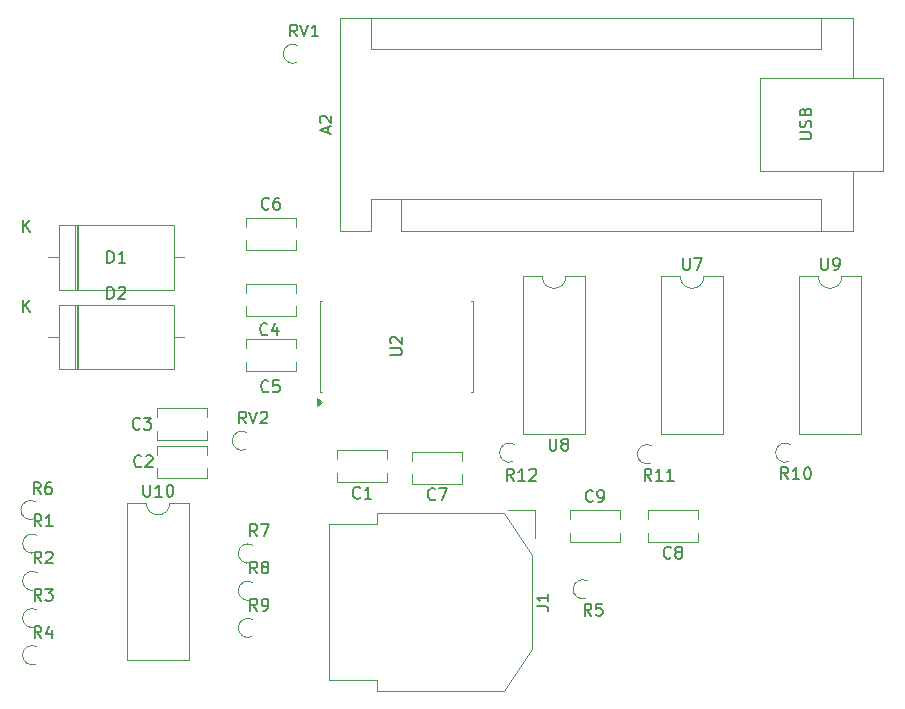
<source format=gbr>
%TF.GenerationSoftware,KiCad,Pcbnew,9.0.1*%
%TF.CreationDate,2025-05-22T16:31:06+05:30*%
%TF.ProjectId,escDesign,65736344-6573-4696-976e-2e6b69636164,rev?*%
%TF.SameCoordinates,Original*%
%TF.FileFunction,Legend,Top*%
%TF.FilePolarity,Positive*%
%FSLAX46Y46*%
G04 Gerber Fmt 4.6, Leading zero omitted, Abs format (unit mm)*
G04 Created by KiCad (PCBNEW 9.0.1) date 2025-05-22 16:31:06*
%MOMM*%
%LPD*%
G01*
G04 APERTURE LIST*
%ADD10C,0.150000*%
%ADD11C,0.120000*%
G04 APERTURE END LIST*
D10*
X152786333Y-145956819D02*
X152453000Y-145480628D01*
X152214905Y-145956819D02*
X152214905Y-144956819D01*
X152214905Y-144956819D02*
X152595857Y-144956819D01*
X152595857Y-144956819D02*
X152691095Y-145004438D01*
X152691095Y-145004438D02*
X152738714Y-145052057D01*
X152738714Y-145052057D02*
X152786333Y-145147295D01*
X152786333Y-145147295D02*
X152786333Y-145290152D01*
X152786333Y-145290152D02*
X152738714Y-145385390D01*
X152738714Y-145385390D02*
X152691095Y-145433009D01*
X152691095Y-145433009D02*
X152595857Y-145480628D01*
X152595857Y-145480628D02*
X152214905Y-145480628D01*
X153262524Y-145956819D02*
X153453000Y-145956819D01*
X153453000Y-145956819D02*
X153548238Y-145909200D01*
X153548238Y-145909200D02*
X153595857Y-145861580D01*
X153595857Y-145861580D02*
X153691095Y-145718723D01*
X153691095Y-145718723D02*
X153738714Y-145528247D01*
X153738714Y-145528247D02*
X153738714Y-145147295D01*
X153738714Y-145147295D02*
X153691095Y-145052057D01*
X153691095Y-145052057D02*
X153643476Y-145004438D01*
X153643476Y-145004438D02*
X153548238Y-144956819D01*
X153548238Y-144956819D02*
X153357762Y-144956819D01*
X153357762Y-144956819D02*
X153262524Y-145004438D01*
X153262524Y-145004438D02*
X153214905Y-145052057D01*
X153214905Y-145052057D02*
X153167286Y-145147295D01*
X153167286Y-145147295D02*
X153167286Y-145385390D01*
X153167286Y-145385390D02*
X153214905Y-145480628D01*
X153214905Y-145480628D02*
X153262524Y-145528247D01*
X153262524Y-145528247D02*
X153357762Y-145575866D01*
X153357762Y-145575866D02*
X153548238Y-145575866D01*
X153548238Y-145575866D02*
X153643476Y-145528247D01*
X153643476Y-145528247D02*
X153691095Y-145480628D01*
X153691095Y-145480628D02*
X153738714Y-145385390D01*
X197752142Y-134820819D02*
X197418809Y-134344628D01*
X197180714Y-134820819D02*
X197180714Y-133820819D01*
X197180714Y-133820819D02*
X197561666Y-133820819D01*
X197561666Y-133820819D02*
X197656904Y-133868438D01*
X197656904Y-133868438D02*
X197704523Y-133916057D01*
X197704523Y-133916057D02*
X197752142Y-134011295D01*
X197752142Y-134011295D02*
X197752142Y-134154152D01*
X197752142Y-134154152D02*
X197704523Y-134249390D01*
X197704523Y-134249390D02*
X197656904Y-134297009D01*
X197656904Y-134297009D02*
X197561666Y-134344628D01*
X197561666Y-134344628D02*
X197180714Y-134344628D01*
X198704523Y-134820819D02*
X198133095Y-134820819D01*
X198418809Y-134820819D02*
X198418809Y-133820819D01*
X198418809Y-133820819D02*
X198323571Y-133963676D01*
X198323571Y-133963676D02*
X198228333Y-134058914D01*
X198228333Y-134058914D02*
X198133095Y-134106533D01*
X199323571Y-133820819D02*
X199418809Y-133820819D01*
X199418809Y-133820819D02*
X199514047Y-133868438D01*
X199514047Y-133868438D02*
X199561666Y-133916057D01*
X199561666Y-133916057D02*
X199609285Y-134011295D01*
X199609285Y-134011295D02*
X199656904Y-134201771D01*
X199656904Y-134201771D02*
X199656904Y-134439866D01*
X199656904Y-134439866D02*
X199609285Y-134630342D01*
X199609285Y-134630342D02*
X199561666Y-134725580D01*
X199561666Y-134725580D02*
X199514047Y-134773200D01*
X199514047Y-134773200D02*
X199418809Y-134820819D01*
X199418809Y-134820819D02*
X199323571Y-134820819D01*
X199323571Y-134820819D02*
X199228333Y-134773200D01*
X199228333Y-134773200D02*
X199180714Y-134725580D01*
X199180714Y-134725580D02*
X199133095Y-134630342D01*
X199133095Y-134630342D02*
X199085476Y-134439866D01*
X199085476Y-134439866D02*
X199085476Y-134201771D01*
X199085476Y-134201771D02*
X199133095Y-134011295D01*
X199133095Y-134011295D02*
X199180714Y-133916057D01*
X199180714Y-133916057D02*
X199228333Y-133868438D01*
X199228333Y-133868438D02*
X199323571Y-133820819D01*
X142855333Y-130534580D02*
X142807714Y-130582200D01*
X142807714Y-130582200D02*
X142664857Y-130629819D01*
X142664857Y-130629819D02*
X142569619Y-130629819D01*
X142569619Y-130629819D02*
X142426762Y-130582200D01*
X142426762Y-130582200D02*
X142331524Y-130486961D01*
X142331524Y-130486961D02*
X142283905Y-130391723D01*
X142283905Y-130391723D02*
X142236286Y-130201247D01*
X142236286Y-130201247D02*
X142236286Y-130058390D01*
X142236286Y-130058390D02*
X142283905Y-129867914D01*
X142283905Y-129867914D02*
X142331524Y-129772676D01*
X142331524Y-129772676D02*
X142426762Y-129677438D01*
X142426762Y-129677438D02*
X142569619Y-129629819D01*
X142569619Y-129629819D02*
X142664857Y-129629819D01*
X142664857Y-129629819D02*
X142807714Y-129677438D01*
X142807714Y-129677438D02*
X142855333Y-129725057D01*
X143188667Y-129629819D02*
X143807714Y-129629819D01*
X143807714Y-129629819D02*
X143474381Y-130010771D01*
X143474381Y-130010771D02*
X143617238Y-130010771D01*
X143617238Y-130010771D02*
X143712476Y-130058390D01*
X143712476Y-130058390D02*
X143760095Y-130106009D01*
X143760095Y-130106009D02*
X143807714Y-130201247D01*
X143807714Y-130201247D02*
X143807714Y-130439342D01*
X143807714Y-130439342D02*
X143760095Y-130534580D01*
X143760095Y-130534580D02*
X143712476Y-130582200D01*
X143712476Y-130582200D02*
X143617238Y-130629819D01*
X143617238Y-130629819D02*
X143331524Y-130629819D01*
X143331524Y-130629819D02*
X143236286Y-130582200D01*
X143236286Y-130582200D02*
X143188667Y-130534580D01*
X161504333Y-136376580D02*
X161456714Y-136424200D01*
X161456714Y-136424200D02*
X161313857Y-136471819D01*
X161313857Y-136471819D02*
X161218619Y-136471819D01*
X161218619Y-136471819D02*
X161075762Y-136424200D01*
X161075762Y-136424200D02*
X160980524Y-136328961D01*
X160980524Y-136328961D02*
X160932905Y-136233723D01*
X160932905Y-136233723D02*
X160885286Y-136043247D01*
X160885286Y-136043247D02*
X160885286Y-135900390D01*
X160885286Y-135900390D02*
X160932905Y-135709914D01*
X160932905Y-135709914D02*
X160980524Y-135614676D01*
X160980524Y-135614676D02*
X161075762Y-135519438D01*
X161075762Y-135519438D02*
X161218619Y-135471819D01*
X161218619Y-135471819D02*
X161313857Y-135471819D01*
X161313857Y-135471819D02*
X161456714Y-135519438D01*
X161456714Y-135519438D02*
X161504333Y-135567057D01*
X162456714Y-136471819D02*
X161885286Y-136471819D01*
X162171000Y-136471819D02*
X162171000Y-135471819D01*
X162171000Y-135471819D02*
X162075762Y-135614676D01*
X162075762Y-135614676D02*
X161980524Y-135709914D01*
X161980524Y-135709914D02*
X161885286Y-135757533D01*
X143160905Y-135299819D02*
X143160905Y-136109342D01*
X143160905Y-136109342D02*
X143208524Y-136204580D01*
X143208524Y-136204580D02*
X143256143Y-136252200D01*
X143256143Y-136252200D02*
X143351381Y-136299819D01*
X143351381Y-136299819D02*
X143541857Y-136299819D01*
X143541857Y-136299819D02*
X143637095Y-136252200D01*
X143637095Y-136252200D02*
X143684714Y-136204580D01*
X143684714Y-136204580D02*
X143732333Y-136109342D01*
X143732333Y-136109342D02*
X143732333Y-135299819D01*
X144732333Y-136299819D02*
X144160905Y-136299819D01*
X144446619Y-136299819D02*
X144446619Y-135299819D01*
X144446619Y-135299819D02*
X144351381Y-135442676D01*
X144351381Y-135442676D02*
X144256143Y-135537914D01*
X144256143Y-135537914D02*
X144160905Y-135585533D01*
X145351381Y-135299819D02*
X145446619Y-135299819D01*
X145446619Y-135299819D02*
X145541857Y-135347438D01*
X145541857Y-135347438D02*
X145589476Y-135395057D01*
X145589476Y-135395057D02*
X145637095Y-135490295D01*
X145637095Y-135490295D02*
X145684714Y-135680771D01*
X145684714Y-135680771D02*
X145684714Y-135918866D01*
X145684714Y-135918866D02*
X145637095Y-136109342D01*
X145637095Y-136109342D02*
X145589476Y-136204580D01*
X145589476Y-136204580D02*
X145541857Y-136252200D01*
X145541857Y-136252200D02*
X145446619Y-136299819D01*
X145446619Y-136299819D02*
X145351381Y-136299819D01*
X145351381Y-136299819D02*
X145256143Y-136252200D01*
X145256143Y-136252200D02*
X145208524Y-136204580D01*
X145208524Y-136204580D02*
X145160905Y-136109342D01*
X145160905Y-136109342D02*
X145113286Y-135918866D01*
X145113286Y-135918866D02*
X145113286Y-135680771D01*
X145113286Y-135680771D02*
X145160905Y-135490295D01*
X145160905Y-135490295D02*
X145208524Y-135395057D01*
X145208524Y-135395057D02*
X145256143Y-135347438D01*
X145256143Y-135347438D02*
X145351381Y-135299819D01*
X152786333Y-139656819D02*
X152453000Y-139180628D01*
X152214905Y-139656819D02*
X152214905Y-138656819D01*
X152214905Y-138656819D02*
X152595857Y-138656819D01*
X152595857Y-138656819D02*
X152691095Y-138704438D01*
X152691095Y-138704438D02*
X152738714Y-138752057D01*
X152738714Y-138752057D02*
X152786333Y-138847295D01*
X152786333Y-138847295D02*
X152786333Y-138990152D01*
X152786333Y-138990152D02*
X152738714Y-139085390D01*
X152738714Y-139085390D02*
X152691095Y-139133009D01*
X152691095Y-139133009D02*
X152595857Y-139180628D01*
X152595857Y-139180628D02*
X152214905Y-139180628D01*
X153119667Y-138656819D02*
X153786333Y-138656819D01*
X153786333Y-138656819D02*
X153357762Y-139656819D01*
X167854333Y-136503580D02*
X167806714Y-136551200D01*
X167806714Y-136551200D02*
X167663857Y-136598819D01*
X167663857Y-136598819D02*
X167568619Y-136598819D01*
X167568619Y-136598819D02*
X167425762Y-136551200D01*
X167425762Y-136551200D02*
X167330524Y-136455961D01*
X167330524Y-136455961D02*
X167282905Y-136360723D01*
X167282905Y-136360723D02*
X167235286Y-136170247D01*
X167235286Y-136170247D02*
X167235286Y-136027390D01*
X167235286Y-136027390D02*
X167282905Y-135836914D01*
X167282905Y-135836914D02*
X167330524Y-135741676D01*
X167330524Y-135741676D02*
X167425762Y-135646438D01*
X167425762Y-135646438D02*
X167568619Y-135598819D01*
X167568619Y-135598819D02*
X167663857Y-135598819D01*
X167663857Y-135598819D02*
X167806714Y-135646438D01*
X167806714Y-135646438D02*
X167854333Y-135694057D01*
X168187667Y-135598819D02*
X168854333Y-135598819D01*
X168854333Y-135598819D02*
X168425762Y-136598819D01*
X177546095Y-131407819D02*
X177546095Y-132217342D01*
X177546095Y-132217342D02*
X177593714Y-132312580D01*
X177593714Y-132312580D02*
X177641333Y-132360200D01*
X177641333Y-132360200D02*
X177736571Y-132407819D01*
X177736571Y-132407819D02*
X177927047Y-132407819D01*
X177927047Y-132407819D02*
X178022285Y-132360200D01*
X178022285Y-132360200D02*
X178069904Y-132312580D01*
X178069904Y-132312580D02*
X178117523Y-132217342D01*
X178117523Y-132217342D02*
X178117523Y-131407819D01*
X178736571Y-131836390D02*
X178641333Y-131788771D01*
X178641333Y-131788771D02*
X178593714Y-131741152D01*
X178593714Y-131741152D02*
X178546095Y-131645914D01*
X178546095Y-131645914D02*
X178546095Y-131598295D01*
X178546095Y-131598295D02*
X178593714Y-131503057D01*
X178593714Y-131503057D02*
X178641333Y-131455438D01*
X178641333Y-131455438D02*
X178736571Y-131407819D01*
X178736571Y-131407819D02*
X178927047Y-131407819D01*
X178927047Y-131407819D02*
X179022285Y-131455438D01*
X179022285Y-131455438D02*
X179069904Y-131503057D01*
X179069904Y-131503057D02*
X179117523Y-131598295D01*
X179117523Y-131598295D02*
X179117523Y-131645914D01*
X179117523Y-131645914D02*
X179069904Y-131741152D01*
X179069904Y-131741152D02*
X179022285Y-131788771D01*
X179022285Y-131788771D02*
X178927047Y-131836390D01*
X178927047Y-131836390D02*
X178736571Y-131836390D01*
X178736571Y-131836390D02*
X178641333Y-131884009D01*
X178641333Y-131884009D02*
X178593714Y-131931628D01*
X178593714Y-131931628D02*
X178546095Y-132026866D01*
X178546095Y-132026866D02*
X178546095Y-132217342D01*
X178546095Y-132217342D02*
X178593714Y-132312580D01*
X178593714Y-132312580D02*
X178641333Y-132360200D01*
X178641333Y-132360200D02*
X178736571Y-132407819D01*
X178736571Y-132407819D02*
X178927047Y-132407819D01*
X178927047Y-132407819D02*
X179022285Y-132360200D01*
X179022285Y-132360200D02*
X179069904Y-132312580D01*
X179069904Y-132312580D02*
X179117523Y-132217342D01*
X179117523Y-132217342D02*
X179117523Y-132026866D01*
X179117523Y-132026866D02*
X179069904Y-131931628D01*
X179069904Y-131931628D02*
X179022285Y-131884009D01*
X179022285Y-131884009D02*
X178927047Y-131836390D01*
X181209333Y-136670580D02*
X181161714Y-136718200D01*
X181161714Y-136718200D02*
X181018857Y-136765819D01*
X181018857Y-136765819D02*
X180923619Y-136765819D01*
X180923619Y-136765819D02*
X180780762Y-136718200D01*
X180780762Y-136718200D02*
X180685524Y-136622961D01*
X180685524Y-136622961D02*
X180637905Y-136527723D01*
X180637905Y-136527723D02*
X180590286Y-136337247D01*
X180590286Y-136337247D02*
X180590286Y-136194390D01*
X180590286Y-136194390D02*
X180637905Y-136003914D01*
X180637905Y-136003914D02*
X180685524Y-135908676D01*
X180685524Y-135908676D02*
X180780762Y-135813438D01*
X180780762Y-135813438D02*
X180923619Y-135765819D01*
X180923619Y-135765819D02*
X181018857Y-135765819D01*
X181018857Y-135765819D02*
X181161714Y-135813438D01*
X181161714Y-135813438D02*
X181209333Y-135861057D01*
X181685524Y-136765819D02*
X181876000Y-136765819D01*
X181876000Y-136765819D02*
X181971238Y-136718200D01*
X181971238Y-136718200D02*
X182018857Y-136670580D01*
X182018857Y-136670580D02*
X182114095Y-136527723D01*
X182114095Y-136527723D02*
X182161714Y-136337247D01*
X182161714Y-136337247D02*
X182161714Y-135956295D01*
X182161714Y-135956295D02*
X182114095Y-135861057D01*
X182114095Y-135861057D02*
X182066476Y-135813438D01*
X182066476Y-135813438D02*
X181971238Y-135765819D01*
X181971238Y-135765819D02*
X181780762Y-135765819D01*
X181780762Y-135765819D02*
X181685524Y-135813438D01*
X181685524Y-135813438D02*
X181637905Y-135861057D01*
X181637905Y-135861057D02*
X181590286Y-135956295D01*
X181590286Y-135956295D02*
X181590286Y-136194390D01*
X181590286Y-136194390D02*
X181637905Y-136289628D01*
X181637905Y-136289628D02*
X181685524Y-136337247D01*
X181685524Y-136337247D02*
X181780762Y-136384866D01*
X181780762Y-136384866D02*
X181971238Y-136384866D01*
X181971238Y-136384866D02*
X182066476Y-136337247D01*
X182066476Y-136337247D02*
X182114095Y-136289628D01*
X182114095Y-136289628D02*
X182161714Y-136194390D01*
X140104905Y-116513819D02*
X140104905Y-115513819D01*
X140104905Y-115513819D02*
X140343000Y-115513819D01*
X140343000Y-115513819D02*
X140485857Y-115561438D01*
X140485857Y-115561438D02*
X140581095Y-115656676D01*
X140581095Y-115656676D02*
X140628714Y-115751914D01*
X140628714Y-115751914D02*
X140676333Y-115942390D01*
X140676333Y-115942390D02*
X140676333Y-116085247D01*
X140676333Y-116085247D02*
X140628714Y-116275723D01*
X140628714Y-116275723D02*
X140581095Y-116370961D01*
X140581095Y-116370961D02*
X140485857Y-116466200D01*
X140485857Y-116466200D02*
X140343000Y-116513819D01*
X140343000Y-116513819D02*
X140104905Y-116513819D01*
X141628714Y-116513819D02*
X141057286Y-116513819D01*
X141343000Y-116513819D02*
X141343000Y-115513819D01*
X141343000Y-115513819D02*
X141247762Y-115656676D01*
X141247762Y-115656676D02*
X141152524Y-115751914D01*
X141152524Y-115751914D02*
X141057286Y-115799533D01*
X132961095Y-113913819D02*
X132961095Y-112913819D01*
X133532523Y-113913819D02*
X133103952Y-113342390D01*
X133532523Y-112913819D02*
X132961095Y-113485247D01*
X134519333Y-141967819D02*
X134186000Y-141491628D01*
X133947905Y-141967819D02*
X133947905Y-140967819D01*
X133947905Y-140967819D02*
X134328857Y-140967819D01*
X134328857Y-140967819D02*
X134424095Y-141015438D01*
X134424095Y-141015438D02*
X134471714Y-141063057D01*
X134471714Y-141063057D02*
X134519333Y-141158295D01*
X134519333Y-141158295D02*
X134519333Y-141301152D01*
X134519333Y-141301152D02*
X134471714Y-141396390D01*
X134471714Y-141396390D02*
X134424095Y-141444009D01*
X134424095Y-141444009D02*
X134328857Y-141491628D01*
X134328857Y-141491628D02*
X133947905Y-141491628D01*
X134900286Y-141063057D02*
X134947905Y-141015438D01*
X134947905Y-141015438D02*
X135043143Y-140967819D01*
X135043143Y-140967819D02*
X135281238Y-140967819D01*
X135281238Y-140967819D02*
X135376476Y-141015438D01*
X135376476Y-141015438D02*
X135424095Y-141063057D01*
X135424095Y-141063057D02*
X135471714Y-141158295D01*
X135471714Y-141158295D02*
X135471714Y-141253533D01*
X135471714Y-141253533D02*
X135424095Y-141396390D01*
X135424095Y-141396390D02*
X134852667Y-141967819D01*
X134852667Y-141967819D02*
X135471714Y-141967819D01*
X158792104Y-105489285D02*
X158792104Y-105013095D01*
X159077819Y-105584523D02*
X158077819Y-105251190D01*
X158077819Y-105251190D02*
X159077819Y-104917857D01*
X158173057Y-104632142D02*
X158125438Y-104584523D01*
X158125438Y-104584523D02*
X158077819Y-104489285D01*
X158077819Y-104489285D02*
X158077819Y-104251190D01*
X158077819Y-104251190D02*
X158125438Y-104155952D01*
X158125438Y-104155952D02*
X158173057Y-104108333D01*
X158173057Y-104108333D02*
X158268295Y-104060714D01*
X158268295Y-104060714D02*
X158363533Y-104060714D01*
X158363533Y-104060714D02*
X158506390Y-104108333D01*
X158506390Y-104108333D02*
X159077819Y-104679761D01*
X159077819Y-104679761D02*
X159077819Y-104060714D01*
X198717819Y-106036904D02*
X199527342Y-106036904D01*
X199527342Y-106036904D02*
X199622580Y-105989285D01*
X199622580Y-105989285D02*
X199670200Y-105941666D01*
X199670200Y-105941666D02*
X199717819Y-105846428D01*
X199717819Y-105846428D02*
X199717819Y-105655952D01*
X199717819Y-105655952D02*
X199670200Y-105560714D01*
X199670200Y-105560714D02*
X199622580Y-105513095D01*
X199622580Y-105513095D02*
X199527342Y-105465476D01*
X199527342Y-105465476D02*
X198717819Y-105465476D01*
X199670200Y-105036904D02*
X199717819Y-104894047D01*
X199717819Y-104894047D02*
X199717819Y-104655952D01*
X199717819Y-104655952D02*
X199670200Y-104560714D01*
X199670200Y-104560714D02*
X199622580Y-104513095D01*
X199622580Y-104513095D02*
X199527342Y-104465476D01*
X199527342Y-104465476D02*
X199432104Y-104465476D01*
X199432104Y-104465476D02*
X199336866Y-104513095D01*
X199336866Y-104513095D02*
X199289247Y-104560714D01*
X199289247Y-104560714D02*
X199241628Y-104655952D01*
X199241628Y-104655952D02*
X199194009Y-104846428D01*
X199194009Y-104846428D02*
X199146390Y-104941666D01*
X199146390Y-104941666D02*
X199098771Y-104989285D01*
X199098771Y-104989285D02*
X199003533Y-105036904D01*
X199003533Y-105036904D02*
X198908295Y-105036904D01*
X198908295Y-105036904D02*
X198813057Y-104989285D01*
X198813057Y-104989285D02*
X198765438Y-104941666D01*
X198765438Y-104941666D02*
X198717819Y-104846428D01*
X198717819Y-104846428D02*
X198717819Y-104608333D01*
X198717819Y-104608333D02*
X198765438Y-104465476D01*
X199194009Y-103703571D02*
X199241628Y-103560714D01*
X199241628Y-103560714D02*
X199289247Y-103513095D01*
X199289247Y-103513095D02*
X199384485Y-103465476D01*
X199384485Y-103465476D02*
X199527342Y-103465476D01*
X199527342Y-103465476D02*
X199622580Y-103513095D01*
X199622580Y-103513095D02*
X199670200Y-103560714D01*
X199670200Y-103560714D02*
X199717819Y-103655952D01*
X199717819Y-103655952D02*
X199717819Y-104036904D01*
X199717819Y-104036904D02*
X198717819Y-104036904D01*
X198717819Y-104036904D02*
X198717819Y-103703571D01*
X198717819Y-103703571D02*
X198765438Y-103608333D01*
X198765438Y-103608333D02*
X198813057Y-103560714D01*
X198813057Y-103560714D02*
X198908295Y-103513095D01*
X198908295Y-103513095D02*
X199003533Y-103513095D01*
X199003533Y-103513095D02*
X199098771Y-103560714D01*
X199098771Y-103560714D02*
X199146390Y-103608333D01*
X199146390Y-103608333D02*
X199194009Y-103703571D01*
X199194009Y-103703571D02*
X199194009Y-104036904D01*
X200533095Y-116122819D02*
X200533095Y-116932342D01*
X200533095Y-116932342D02*
X200580714Y-117027580D01*
X200580714Y-117027580D02*
X200628333Y-117075200D01*
X200628333Y-117075200D02*
X200723571Y-117122819D01*
X200723571Y-117122819D02*
X200914047Y-117122819D01*
X200914047Y-117122819D02*
X201009285Y-117075200D01*
X201009285Y-117075200D02*
X201056904Y-117027580D01*
X201056904Y-117027580D02*
X201104523Y-116932342D01*
X201104523Y-116932342D02*
X201104523Y-116122819D01*
X201628333Y-117122819D02*
X201818809Y-117122819D01*
X201818809Y-117122819D02*
X201914047Y-117075200D01*
X201914047Y-117075200D02*
X201961666Y-117027580D01*
X201961666Y-117027580D02*
X202056904Y-116884723D01*
X202056904Y-116884723D02*
X202104523Y-116694247D01*
X202104523Y-116694247D02*
X202104523Y-116313295D01*
X202104523Y-116313295D02*
X202056904Y-116218057D01*
X202056904Y-116218057D02*
X202009285Y-116170438D01*
X202009285Y-116170438D02*
X201914047Y-116122819D01*
X201914047Y-116122819D02*
X201723571Y-116122819D01*
X201723571Y-116122819D02*
X201628333Y-116170438D01*
X201628333Y-116170438D02*
X201580714Y-116218057D01*
X201580714Y-116218057D02*
X201533095Y-116313295D01*
X201533095Y-116313295D02*
X201533095Y-116551390D01*
X201533095Y-116551390D02*
X201580714Y-116646628D01*
X201580714Y-116646628D02*
X201628333Y-116694247D01*
X201628333Y-116694247D02*
X201723571Y-116741866D01*
X201723571Y-116741866D02*
X201914047Y-116741866D01*
X201914047Y-116741866D02*
X202009285Y-116694247D01*
X202009285Y-116694247D02*
X202056904Y-116646628D01*
X202056904Y-116646628D02*
X202104523Y-116551390D01*
X186158142Y-134947819D02*
X185824809Y-134471628D01*
X185586714Y-134947819D02*
X185586714Y-133947819D01*
X185586714Y-133947819D02*
X185967666Y-133947819D01*
X185967666Y-133947819D02*
X186062904Y-133995438D01*
X186062904Y-133995438D02*
X186110523Y-134043057D01*
X186110523Y-134043057D02*
X186158142Y-134138295D01*
X186158142Y-134138295D02*
X186158142Y-134281152D01*
X186158142Y-134281152D02*
X186110523Y-134376390D01*
X186110523Y-134376390D02*
X186062904Y-134424009D01*
X186062904Y-134424009D02*
X185967666Y-134471628D01*
X185967666Y-134471628D02*
X185586714Y-134471628D01*
X187110523Y-134947819D02*
X186539095Y-134947819D01*
X186824809Y-134947819D02*
X186824809Y-133947819D01*
X186824809Y-133947819D02*
X186729571Y-134090676D01*
X186729571Y-134090676D02*
X186634333Y-134185914D01*
X186634333Y-134185914D02*
X186539095Y-134233533D01*
X188062904Y-134947819D02*
X187491476Y-134947819D01*
X187777190Y-134947819D02*
X187777190Y-133947819D01*
X187777190Y-133947819D02*
X187681952Y-134090676D01*
X187681952Y-134090676D02*
X187586714Y-134185914D01*
X187586714Y-134185914D02*
X187491476Y-134233533D01*
X181083333Y-146377819D02*
X180750000Y-145901628D01*
X180511905Y-146377819D02*
X180511905Y-145377819D01*
X180511905Y-145377819D02*
X180892857Y-145377819D01*
X180892857Y-145377819D02*
X180988095Y-145425438D01*
X180988095Y-145425438D02*
X181035714Y-145473057D01*
X181035714Y-145473057D02*
X181083333Y-145568295D01*
X181083333Y-145568295D02*
X181083333Y-145711152D01*
X181083333Y-145711152D02*
X181035714Y-145806390D01*
X181035714Y-145806390D02*
X180988095Y-145854009D01*
X180988095Y-145854009D02*
X180892857Y-145901628D01*
X180892857Y-145901628D02*
X180511905Y-145901628D01*
X181988095Y-145377819D02*
X181511905Y-145377819D01*
X181511905Y-145377819D02*
X181464286Y-145854009D01*
X181464286Y-145854009D02*
X181511905Y-145806390D01*
X181511905Y-145806390D02*
X181607143Y-145758771D01*
X181607143Y-145758771D02*
X181845238Y-145758771D01*
X181845238Y-145758771D02*
X181940476Y-145806390D01*
X181940476Y-145806390D02*
X181988095Y-145854009D01*
X181988095Y-145854009D02*
X182035714Y-145949247D01*
X182035714Y-145949247D02*
X182035714Y-146187342D01*
X182035714Y-146187342D02*
X181988095Y-146282580D01*
X181988095Y-146282580D02*
X181940476Y-146330200D01*
X181940476Y-146330200D02*
X181845238Y-146377819D01*
X181845238Y-146377819D02*
X181607143Y-146377819D01*
X181607143Y-146377819D02*
X181511905Y-146330200D01*
X181511905Y-146330200D02*
X181464286Y-146282580D01*
X134453333Y-136090819D02*
X134120000Y-135614628D01*
X133881905Y-136090819D02*
X133881905Y-135090819D01*
X133881905Y-135090819D02*
X134262857Y-135090819D01*
X134262857Y-135090819D02*
X134358095Y-135138438D01*
X134358095Y-135138438D02*
X134405714Y-135186057D01*
X134405714Y-135186057D02*
X134453333Y-135281295D01*
X134453333Y-135281295D02*
X134453333Y-135424152D01*
X134453333Y-135424152D02*
X134405714Y-135519390D01*
X134405714Y-135519390D02*
X134358095Y-135567009D01*
X134358095Y-135567009D02*
X134262857Y-135614628D01*
X134262857Y-135614628D02*
X133881905Y-135614628D01*
X135310476Y-135090819D02*
X135120000Y-135090819D01*
X135120000Y-135090819D02*
X135024762Y-135138438D01*
X135024762Y-135138438D02*
X134977143Y-135186057D01*
X134977143Y-135186057D02*
X134881905Y-135328914D01*
X134881905Y-135328914D02*
X134834286Y-135519390D01*
X134834286Y-135519390D02*
X134834286Y-135900342D01*
X134834286Y-135900342D02*
X134881905Y-135995580D01*
X134881905Y-135995580D02*
X134929524Y-136043200D01*
X134929524Y-136043200D02*
X135024762Y-136090819D01*
X135024762Y-136090819D02*
X135215238Y-136090819D01*
X135215238Y-136090819D02*
X135310476Y-136043200D01*
X135310476Y-136043200D02*
X135358095Y-135995580D01*
X135358095Y-135995580D02*
X135405714Y-135900342D01*
X135405714Y-135900342D02*
X135405714Y-135662247D01*
X135405714Y-135662247D02*
X135358095Y-135567009D01*
X135358095Y-135567009D02*
X135310476Y-135519390D01*
X135310476Y-135519390D02*
X135215238Y-135471771D01*
X135215238Y-135471771D02*
X135024762Y-135471771D01*
X135024762Y-135471771D02*
X134929524Y-135519390D01*
X134929524Y-135519390D02*
X134881905Y-135567009D01*
X134881905Y-135567009D02*
X134834286Y-135662247D01*
X140104905Y-119543819D02*
X140104905Y-118543819D01*
X140104905Y-118543819D02*
X140343000Y-118543819D01*
X140343000Y-118543819D02*
X140485857Y-118591438D01*
X140485857Y-118591438D02*
X140581095Y-118686676D01*
X140581095Y-118686676D02*
X140628714Y-118781914D01*
X140628714Y-118781914D02*
X140676333Y-118972390D01*
X140676333Y-118972390D02*
X140676333Y-119115247D01*
X140676333Y-119115247D02*
X140628714Y-119305723D01*
X140628714Y-119305723D02*
X140581095Y-119400961D01*
X140581095Y-119400961D02*
X140485857Y-119496200D01*
X140485857Y-119496200D02*
X140343000Y-119543819D01*
X140343000Y-119543819D02*
X140104905Y-119543819D01*
X141057286Y-118639057D02*
X141104905Y-118591438D01*
X141104905Y-118591438D02*
X141200143Y-118543819D01*
X141200143Y-118543819D02*
X141438238Y-118543819D01*
X141438238Y-118543819D02*
X141533476Y-118591438D01*
X141533476Y-118591438D02*
X141581095Y-118639057D01*
X141581095Y-118639057D02*
X141628714Y-118734295D01*
X141628714Y-118734295D02*
X141628714Y-118829533D01*
X141628714Y-118829533D02*
X141581095Y-118972390D01*
X141581095Y-118972390D02*
X141009667Y-119543819D01*
X141009667Y-119543819D02*
X141628714Y-119543819D01*
X132961095Y-120663819D02*
X132961095Y-119663819D01*
X133532523Y-120663819D02*
X133103952Y-120092390D01*
X133532523Y-119663819D02*
X132961095Y-120235247D01*
X152786333Y-142806819D02*
X152453000Y-142330628D01*
X152214905Y-142806819D02*
X152214905Y-141806819D01*
X152214905Y-141806819D02*
X152595857Y-141806819D01*
X152595857Y-141806819D02*
X152691095Y-141854438D01*
X152691095Y-141854438D02*
X152738714Y-141902057D01*
X152738714Y-141902057D02*
X152786333Y-141997295D01*
X152786333Y-141997295D02*
X152786333Y-142140152D01*
X152786333Y-142140152D02*
X152738714Y-142235390D01*
X152738714Y-142235390D02*
X152691095Y-142283009D01*
X152691095Y-142283009D02*
X152595857Y-142330628D01*
X152595857Y-142330628D02*
X152214905Y-142330628D01*
X153357762Y-142235390D02*
X153262524Y-142187771D01*
X153262524Y-142187771D02*
X153214905Y-142140152D01*
X153214905Y-142140152D02*
X153167286Y-142044914D01*
X153167286Y-142044914D02*
X153167286Y-141997295D01*
X153167286Y-141997295D02*
X153214905Y-141902057D01*
X153214905Y-141902057D02*
X153262524Y-141854438D01*
X153262524Y-141854438D02*
X153357762Y-141806819D01*
X153357762Y-141806819D02*
X153548238Y-141806819D01*
X153548238Y-141806819D02*
X153643476Y-141854438D01*
X153643476Y-141854438D02*
X153691095Y-141902057D01*
X153691095Y-141902057D02*
X153738714Y-141997295D01*
X153738714Y-141997295D02*
X153738714Y-142044914D01*
X153738714Y-142044914D02*
X153691095Y-142140152D01*
X153691095Y-142140152D02*
X153643476Y-142187771D01*
X153643476Y-142187771D02*
X153548238Y-142235390D01*
X153548238Y-142235390D02*
X153357762Y-142235390D01*
X153357762Y-142235390D02*
X153262524Y-142283009D01*
X153262524Y-142283009D02*
X153214905Y-142330628D01*
X153214905Y-142330628D02*
X153167286Y-142425866D01*
X153167286Y-142425866D02*
X153167286Y-142616342D01*
X153167286Y-142616342D02*
X153214905Y-142711580D01*
X153214905Y-142711580D02*
X153262524Y-142759200D01*
X153262524Y-142759200D02*
X153357762Y-142806819D01*
X153357762Y-142806819D02*
X153548238Y-142806819D01*
X153548238Y-142806819D02*
X153643476Y-142759200D01*
X153643476Y-142759200D02*
X153691095Y-142711580D01*
X153691095Y-142711580D02*
X153738714Y-142616342D01*
X153738714Y-142616342D02*
X153738714Y-142425866D01*
X153738714Y-142425866D02*
X153691095Y-142330628D01*
X153691095Y-142330628D02*
X153643476Y-142283009D01*
X153643476Y-142283009D02*
X153548238Y-142235390D01*
X156167761Y-97340819D02*
X155834428Y-96864628D01*
X155596333Y-97340819D02*
X155596333Y-96340819D01*
X155596333Y-96340819D02*
X155977285Y-96340819D01*
X155977285Y-96340819D02*
X156072523Y-96388438D01*
X156072523Y-96388438D02*
X156120142Y-96436057D01*
X156120142Y-96436057D02*
X156167761Y-96531295D01*
X156167761Y-96531295D02*
X156167761Y-96674152D01*
X156167761Y-96674152D02*
X156120142Y-96769390D01*
X156120142Y-96769390D02*
X156072523Y-96817009D01*
X156072523Y-96817009D02*
X155977285Y-96864628D01*
X155977285Y-96864628D02*
X155596333Y-96864628D01*
X156453476Y-96340819D02*
X156786809Y-97340819D01*
X156786809Y-97340819D02*
X157120142Y-96340819D01*
X157977285Y-97340819D02*
X157405857Y-97340819D01*
X157691571Y-97340819D02*
X157691571Y-96340819D01*
X157691571Y-96340819D02*
X157596333Y-96483676D01*
X157596333Y-96483676D02*
X157501095Y-96578914D01*
X157501095Y-96578914D02*
X157405857Y-96626533D01*
X188854095Y-116122819D02*
X188854095Y-116932342D01*
X188854095Y-116932342D02*
X188901714Y-117027580D01*
X188901714Y-117027580D02*
X188949333Y-117075200D01*
X188949333Y-117075200D02*
X189044571Y-117122819D01*
X189044571Y-117122819D02*
X189235047Y-117122819D01*
X189235047Y-117122819D02*
X189330285Y-117075200D01*
X189330285Y-117075200D02*
X189377904Y-117027580D01*
X189377904Y-117027580D02*
X189425523Y-116932342D01*
X189425523Y-116932342D02*
X189425523Y-116122819D01*
X189806476Y-116122819D02*
X190473142Y-116122819D01*
X190473142Y-116122819D02*
X190044571Y-117122819D01*
X153650333Y-122533580D02*
X153602714Y-122581200D01*
X153602714Y-122581200D02*
X153459857Y-122628819D01*
X153459857Y-122628819D02*
X153364619Y-122628819D01*
X153364619Y-122628819D02*
X153221762Y-122581200D01*
X153221762Y-122581200D02*
X153126524Y-122485961D01*
X153126524Y-122485961D02*
X153078905Y-122390723D01*
X153078905Y-122390723D02*
X153031286Y-122200247D01*
X153031286Y-122200247D02*
X153031286Y-122057390D01*
X153031286Y-122057390D02*
X153078905Y-121866914D01*
X153078905Y-121866914D02*
X153126524Y-121771676D01*
X153126524Y-121771676D02*
X153221762Y-121676438D01*
X153221762Y-121676438D02*
X153364619Y-121628819D01*
X153364619Y-121628819D02*
X153459857Y-121628819D01*
X153459857Y-121628819D02*
X153602714Y-121676438D01*
X153602714Y-121676438D02*
X153650333Y-121724057D01*
X154507476Y-121962152D02*
X154507476Y-122628819D01*
X154269381Y-121581200D02*
X154031286Y-122295485D01*
X154031286Y-122295485D02*
X154650333Y-122295485D01*
X134519333Y-138817819D02*
X134186000Y-138341628D01*
X133947905Y-138817819D02*
X133947905Y-137817819D01*
X133947905Y-137817819D02*
X134328857Y-137817819D01*
X134328857Y-137817819D02*
X134424095Y-137865438D01*
X134424095Y-137865438D02*
X134471714Y-137913057D01*
X134471714Y-137913057D02*
X134519333Y-138008295D01*
X134519333Y-138008295D02*
X134519333Y-138151152D01*
X134519333Y-138151152D02*
X134471714Y-138246390D01*
X134471714Y-138246390D02*
X134424095Y-138294009D01*
X134424095Y-138294009D02*
X134328857Y-138341628D01*
X134328857Y-138341628D02*
X133947905Y-138341628D01*
X135471714Y-138817819D02*
X134900286Y-138817819D01*
X135186000Y-138817819D02*
X135186000Y-137817819D01*
X135186000Y-137817819D02*
X135090762Y-137960676D01*
X135090762Y-137960676D02*
X134995524Y-138055914D01*
X134995524Y-138055914D02*
X134900286Y-138103533D01*
X174511142Y-134947819D02*
X174177809Y-134471628D01*
X173939714Y-134947819D02*
X173939714Y-133947819D01*
X173939714Y-133947819D02*
X174320666Y-133947819D01*
X174320666Y-133947819D02*
X174415904Y-133995438D01*
X174415904Y-133995438D02*
X174463523Y-134043057D01*
X174463523Y-134043057D02*
X174511142Y-134138295D01*
X174511142Y-134138295D02*
X174511142Y-134281152D01*
X174511142Y-134281152D02*
X174463523Y-134376390D01*
X174463523Y-134376390D02*
X174415904Y-134424009D01*
X174415904Y-134424009D02*
X174320666Y-134471628D01*
X174320666Y-134471628D02*
X173939714Y-134471628D01*
X175463523Y-134947819D02*
X174892095Y-134947819D01*
X175177809Y-134947819D02*
X175177809Y-133947819D01*
X175177809Y-133947819D02*
X175082571Y-134090676D01*
X175082571Y-134090676D02*
X174987333Y-134185914D01*
X174987333Y-134185914D02*
X174892095Y-134233533D01*
X175844476Y-134043057D02*
X175892095Y-133995438D01*
X175892095Y-133995438D02*
X175987333Y-133947819D01*
X175987333Y-133947819D02*
X176225428Y-133947819D01*
X176225428Y-133947819D02*
X176320666Y-133995438D01*
X176320666Y-133995438D02*
X176368285Y-134043057D01*
X176368285Y-134043057D02*
X176415904Y-134138295D01*
X176415904Y-134138295D02*
X176415904Y-134233533D01*
X176415904Y-134233533D02*
X176368285Y-134376390D01*
X176368285Y-134376390D02*
X175796857Y-134947819D01*
X175796857Y-134947819D02*
X176415904Y-134947819D01*
X187813333Y-141456580D02*
X187765714Y-141504200D01*
X187765714Y-141504200D02*
X187622857Y-141551819D01*
X187622857Y-141551819D02*
X187527619Y-141551819D01*
X187527619Y-141551819D02*
X187384762Y-141504200D01*
X187384762Y-141504200D02*
X187289524Y-141408961D01*
X187289524Y-141408961D02*
X187241905Y-141313723D01*
X187241905Y-141313723D02*
X187194286Y-141123247D01*
X187194286Y-141123247D02*
X187194286Y-140980390D01*
X187194286Y-140980390D02*
X187241905Y-140789914D01*
X187241905Y-140789914D02*
X187289524Y-140694676D01*
X187289524Y-140694676D02*
X187384762Y-140599438D01*
X187384762Y-140599438D02*
X187527619Y-140551819D01*
X187527619Y-140551819D02*
X187622857Y-140551819D01*
X187622857Y-140551819D02*
X187765714Y-140599438D01*
X187765714Y-140599438D02*
X187813333Y-140647057D01*
X188384762Y-140980390D02*
X188289524Y-140932771D01*
X188289524Y-140932771D02*
X188241905Y-140885152D01*
X188241905Y-140885152D02*
X188194286Y-140789914D01*
X188194286Y-140789914D02*
X188194286Y-140742295D01*
X188194286Y-140742295D02*
X188241905Y-140647057D01*
X188241905Y-140647057D02*
X188289524Y-140599438D01*
X188289524Y-140599438D02*
X188384762Y-140551819D01*
X188384762Y-140551819D02*
X188575238Y-140551819D01*
X188575238Y-140551819D02*
X188670476Y-140599438D01*
X188670476Y-140599438D02*
X188718095Y-140647057D01*
X188718095Y-140647057D02*
X188765714Y-140742295D01*
X188765714Y-140742295D02*
X188765714Y-140789914D01*
X188765714Y-140789914D02*
X188718095Y-140885152D01*
X188718095Y-140885152D02*
X188670476Y-140932771D01*
X188670476Y-140932771D02*
X188575238Y-140980390D01*
X188575238Y-140980390D02*
X188384762Y-140980390D01*
X188384762Y-140980390D02*
X188289524Y-141028009D01*
X188289524Y-141028009D02*
X188241905Y-141075628D01*
X188241905Y-141075628D02*
X188194286Y-141170866D01*
X188194286Y-141170866D02*
X188194286Y-141361342D01*
X188194286Y-141361342D02*
X188241905Y-141456580D01*
X188241905Y-141456580D02*
X188289524Y-141504200D01*
X188289524Y-141504200D02*
X188384762Y-141551819D01*
X188384762Y-141551819D02*
X188575238Y-141551819D01*
X188575238Y-141551819D02*
X188670476Y-141504200D01*
X188670476Y-141504200D02*
X188718095Y-141456580D01*
X188718095Y-141456580D02*
X188765714Y-141361342D01*
X188765714Y-141361342D02*
X188765714Y-141170866D01*
X188765714Y-141170866D02*
X188718095Y-141075628D01*
X188718095Y-141075628D02*
X188670476Y-141028009D01*
X188670476Y-141028009D02*
X188575238Y-140980390D01*
X134519333Y-148267819D02*
X134186000Y-147791628D01*
X133947905Y-148267819D02*
X133947905Y-147267819D01*
X133947905Y-147267819D02*
X134328857Y-147267819D01*
X134328857Y-147267819D02*
X134424095Y-147315438D01*
X134424095Y-147315438D02*
X134471714Y-147363057D01*
X134471714Y-147363057D02*
X134519333Y-147458295D01*
X134519333Y-147458295D02*
X134519333Y-147601152D01*
X134519333Y-147601152D02*
X134471714Y-147696390D01*
X134471714Y-147696390D02*
X134424095Y-147744009D01*
X134424095Y-147744009D02*
X134328857Y-147791628D01*
X134328857Y-147791628D02*
X133947905Y-147791628D01*
X135376476Y-147601152D02*
X135376476Y-148267819D01*
X135138381Y-147220200D02*
X134900286Y-147934485D01*
X134900286Y-147934485D02*
X135519333Y-147934485D01*
X142982333Y-133709580D02*
X142934714Y-133757200D01*
X142934714Y-133757200D02*
X142791857Y-133804819D01*
X142791857Y-133804819D02*
X142696619Y-133804819D01*
X142696619Y-133804819D02*
X142553762Y-133757200D01*
X142553762Y-133757200D02*
X142458524Y-133661961D01*
X142458524Y-133661961D02*
X142410905Y-133566723D01*
X142410905Y-133566723D02*
X142363286Y-133376247D01*
X142363286Y-133376247D02*
X142363286Y-133233390D01*
X142363286Y-133233390D02*
X142410905Y-133042914D01*
X142410905Y-133042914D02*
X142458524Y-132947676D01*
X142458524Y-132947676D02*
X142553762Y-132852438D01*
X142553762Y-132852438D02*
X142696619Y-132804819D01*
X142696619Y-132804819D02*
X142791857Y-132804819D01*
X142791857Y-132804819D02*
X142934714Y-132852438D01*
X142934714Y-132852438D02*
X142982333Y-132900057D01*
X143363286Y-132900057D02*
X143410905Y-132852438D01*
X143410905Y-132852438D02*
X143506143Y-132804819D01*
X143506143Y-132804819D02*
X143744238Y-132804819D01*
X143744238Y-132804819D02*
X143839476Y-132852438D01*
X143839476Y-132852438D02*
X143887095Y-132900057D01*
X143887095Y-132900057D02*
X143934714Y-132995295D01*
X143934714Y-132995295D02*
X143934714Y-133090533D01*
X143934714Y-133090533D02*
X143887095Y-133233390D01*
X143887095Y-133233390D02*
X143315667Y-133804819D01*
X143315667Y-133804819D02*
X143934714Y-133804819D01*
X153777333Y-111905580D02*
X153729714Y-111953200D01*
X153729714Y-111953200D02*
X153586857Y-112000819D01*
X153586857Y-112000819D02*
X153491619Y-112000819D01*
X153491619Y-112000819D02*
X153348762Y-111953200D01*
X153348762Y-111953200D02*
X153253524Y-111857961D01*
X153253524Y-111857961D02*
X153205905Y-111762723D01*
X153205905Y-111762723D02*
X153158286Y-111572247D01*
X153158286Y-111572247D02*
X153158286Y-111429390D01*
X153158286Y-111429390D02*
X153205905Y-111238914D01*
X153205905Y-111238914D02*
X153253524Y-111143676D01*
X153253524Y-111143676D02*
X153348762Y-111048438D01*
X153348762Y-111048438D02*
X153491619Y-111000819D01*
X153491619Y-111000819D02*
X153586857Y-111000819D01*
X153586857Y-111000819D02*
X153729714Y-111048438D01*
X153729714Y-111048438D02*
X153777333Y-111096057D01*
X154634476Y-111000819D02*
X154444000Y-111000819D01*
X154444000Y-111000819D02*
X154348762Y-111048438D01*
X154348762Y-111048438D02*
X154301143Y-111096057D01*
X154301143Y-111096057D02*
X154205905Y-111238914D01*
X154205905Y-111238914D02*
X154158286Y-111429390D01*
X154158286Y-111429390D02*
X154158286Y-111810342D01*
X154158286Y-111810342D02*
X154205905Y-111905580D01*
X154205905Y-111905580D02*
X154253524Y-111953200D01*
X154253524Y-111953200D02*
X154348762Y-112000819D01*
X154348762Y-112000819D02*
X154539238Y-112000819D01*
X154539238Y-112000819D02*
X154634476Y-111953200D01*
X154634476Y-111953200D02*
X154682095Y-111905580D01*
X154682095Y-111905580D02*
X154729714Y-111810342D01*
X154729714Y-111810342D02*
X154729714Y-111572247D01*
X154729714Y-111572247D02*
X154682095Y-111477009D01*
X154682095Y-111477009D02*
X154634476Y-111429390D01*
X154634476Y-111429390D02*
X154539238Y-111381771D01*
X154539238Y-111381771D02*
X154348762Y-111381771D01*
X154348762Y-111381771D02*
X154253524Y-111429390D01*
X154253524Y-111429390D02*
X154205905Y-111477009D01*
X154205905Y-111477009D02*
X154158286Y-111572247D01*
X153737333Y-127359580D02*
X153689714Y-127407200D01*
X153689714Y-127407200D02*
X153546857Y-127454819D01*
X153546857Y-127454819D02*
X153451619Y-127454819D01*
X153451619Y-127454819D02*
X153308762Y-127407200D01*
X153308762Y-127407200D02*
X153213524Y-127311961D01*
X153213524Y-127311961D02*
X153165905Y-127216723D01*
X153165905Y-127216723D02*
X153118286Y-127026247D01*
X153118286Y-127026247D02*
X153118286Y-126883390D01*
X153118286Y-126883390D02*
X153165905Y-126692914D01*
X153165905Y-126692914D02*
X153213524Y-126597676D01*
X153213524Y-126597676D02*
X153308762Y-126502438D01*
X153308762Y-126502438D02*
X153451619Y-126454819D01*
X153451619Y-126454819D02*
X153546857Y-126454819D01*
X153546857Y-126454819D02*
X153689714Y-126502438D01*
X153689714Y-126502438D02*
X153737333Y-126550057D01*
X154642095Y-126454819D02*
X154165905Y-126454819D01*
X154165905Y-126454819D02*
X154118286Y-126931009D01*
X154118286Y-126931009D02*
X154165905Y-126883390D01*
X154165905Y-126883390D02*
X154261143Y-126835771D01*
X154261143Y-126835771D02*
X154499238Y-126835771D01*
X154499238Y-126835771D02*
X154594476Y-126883390D01*
X154594476Y-126883390D02*
X154642095Y-126931009D01*
X154642095Y-126931009D02*
X154689714Y-127026247D01*
X154689714Y-127026247D02*
X154689714Y-127264342D01*
X154689714Y-127264342D02*
X154642095Y-127359580D01*
X154642095Y-127359580D02*
X154594476Y-127407200D01*
X154594476Y-127407200D02*
X154499238Y-127454819D01*
X154499238Y-127454819D02*
X154261143Y-127454819D01*
X154261143Y-127454819D02*
X154165905Y-127407200D01*
X154165905Y-127407200D02*
X154118286Y-127359580D01*
X151849761Y-130106819D02*
X151516428Y-129630628D01*
X151278333Y-130106819D02*
X151278333Y-129106819D01*
X151278333Y-129106819D02*
X151659285Y-129106819D01*
X151659285Y-129106819D02*
X151754523Y-129154438D01*
X151754523Y-129154438D02*
X151802142Y-129202057D01*
X151802142Y-129202057D02*
X151849761Y-129297295D01*
X151849761Y-129297295D02*
X151849761Y-129440152D01*
X151849761Y-129440152D02*
X151802142Y-129535390D01*
X151802142Y-129535390D02*
X151754523Y-129583009D01*
X151754523Y-129583009D02*
X151659285Y-129630628D01*
X151659285Y-129630628D02*
X151278333Y-129630628D01*
X152135476Y-129106819D02*
X152468809Y-130106819D01*
X152468809Y-130106819D02*
X152802142Y-129106819D01*
X153087857Y-129202057D02*
X153135476Y-129154438D01*
X153135476Y-129154438D02*
X153230714Y-129106819D01*
X153230714Y-129106819D02*
X153468809Y-129106819D01*
X153468809Y-129106819D02*
X153564047Y-129154438D01*
X153564047Y-129154438D02*
X153611666Y-129202057D01*
X153611666Y-129202057D02*
X153659285Y-129297295D01*
X153659285Y-129297295D02*
X153659285Y-129392533D01*
X153659285Y-129392533D02*
X153611666Y-129535390D01*
X153611666Y-129535390D02*
X153040238Y-130106819D01*
X153040238Y-130106819D02*
X153659285Y-130106819D01*
X176451819Y-145581333D02*
X177166104Y-145581333D01*
X177166104Y-145581333D02*
X177308961Y-145628952D01*
X177308961Y-145628952D02*
X177404200Y-145724190D01*
X177404200Y-145724190D02*
X177451819Y-145867047D01*
X177451819Y-145867047D02*
X177451819Y-145962285D01*
X177451819Y-144581333D02*
X177451819Y-145152761D01*
X177451819Y-144867047D02*
X176451819Y-144867047D01*
X176451819Y-144867047D02*
X176594676Y-144962285D01*
X176594676Y-144962285D02*
X176689914Y-145057523D01*
X176689914Y-145057523D02*
X176737533Y-145152761D01*
X164046819Y-124332904D02*
X164856342Y-124332904D01*
X164856342Y-124332904D02*
X164951580Y-124285285D01*
X164951580Y-124285285D02*
X164999200Y-124237666D01*
X164999200Y-124237666D02*
X165046819Y-124142428D01*
X165046819Y-124142428D02*
X165046819Y-123951952D01*
X165046819Y-123951952D02*
X164999200Y-123856714D01*
X164999200Y-123856714D02*
X164951580Y-123809095D01*
X164951580Y-123809095D02*
X164856342Y-123761476D01*
X164856342Y-123761476D02*
X164046819Y-123761476D01*
X164142057Y-123332904D02*
X164094438Y-123285285D01*
X164094438Y-123285285D02*
X164046819Y-123190047D01*
X164046819Y-123190047D02*
X164046819Y-122951952D01*
X164046819Y-122951952D02*
X164094438Y-122856714D01*
X164094438Y-122856714D02*
X164142057Y-122809095D01*
X164142057Y-122809095D02*
X164237295Y-122761476D01*
X164237295Y-122761476D02*
X164332533Y-122761476D01*
X164332533Y-122761476D02*
X164475390Y-122809095D01*
X164475390Y-122809095D02*
X165046819Y-123380523D01*
X165046819Y-123380523D02*
X165046819Y-122761476D01*
X134519333Y-145117819D02*
X134186000Y-144641628D01*
X133947905Y-145117819D02*
X133947905Y-144117819D01*
X133947905Y-144117819D02*
X134328857Y-144117819D01*
X134328857Y-144117819D02*
X134424095Y-144165438D01*
X134424095Y-144165438D02*
X134471714Y-144213057D01*
X134471714Y-144213057D02*
X134519333Y-144308295D01*
X134519333Y-144308295D02*
X134519333Y-144451152D01*
X134519333Y-144451152D02*
X134471714Y-144546390D01*
X134471714Y-144546390D02*
X134424095Y-144594009D01*
X134424095Y-144594009D02*
X134328857Y-144641628D01*
X134328857Y-144641628D02*
X133947905Y-144641628D01*
X134852667Y-144117819D02*
X135471714Y-144117819D01*
X135471714Y-144117819D02*
X135138381Y-144498771D01*
X135138381Y-144498771D02*
X135281238Y-144498771D01*
X135281238Y-144498771D02*
X135376476Y-144546390D01*
X135376476Y-144546390D02*
X135424095Y-144594009D01*
X135424095Y-144594009D02*
X135471714Y-144689247D01*
X135471714Y-144689247D02*
X135471714Y-144927342D01*
X135471714Y-144927342D02*
X135424095Y-145022580D01*
X135424095Y-145022580D02*
X135376476Y-145070200D01*
X135376476Y-145070200D02*
X135281238Y-145117819D01*
X135281238Y-145117819D02*
X134995524Y-145117819D01*
X134995524Y-145117819D02*
X134900286Y-145070200D01*
X134900286Y-145070200D02*
X134852667Y-145022580D01*
D11*
%TO.C,R9*%
X152323095Y-148171359D02*
G75*
G02*
X152420133Y-146722000I-320095J749359D01*
G01*
%TO.C,R10*%
X197810095Y-133337359D02*
G75*
G02*
X197907133Y-131888000I-320095J749359D01*
G01*
%TO.C,C3*%
X144311000Y-128805000D02*
X144311000Y-129605000D01*
X144311000Y-128805000D02*
X148551000Y-128805000D01*
X144311000Y-130745000D02*
X144311000Y-131545000D01*
X144311000Y-131545000D02*
X148551000Y-131545000D01*
X148551000Y-128805000D02*
X148551000Y-129605000D01*
X148551000Y-130745000D02*
X148551000Y-131545000D01*
%TO.C,C1*%
X159551000Y-132361000D02*
X159551000Y-133161000D01*
X159551000Y-132361000D02*
X163791000Y-132361000D01*
X159551000Y-134301000D02*
X159551000Y-135101000D01*
X159551000Y-135101000D02*
X163791000Y-135101000D01*
X163791000Y-132361000D02*
X163791000Y-133161000D01*
X163791000Y-134301000D02*
X163791000Y-135101000D01*
%TO.C,U10*%
X141749000Y-136845000D02*
X141749000Y-150175000D01*
X141749000Y-150175000D02*
X147049000Y-150175000D01*
X143399000Y-136845000D02*
X141749000Y-136845000D01*
X147049000Y-136845000D02*
X145399000Y-136845000D01*
X147049000Y-150175000D02*
X147049000Y-136845000D01*
X145399000Y-136845000D02*
G75*
G02*
X143399000Y-136845000I-1000000J0D01*
G01*
%TO.C,R7*%
X152323095Y-141871359D02*
G75*
G02*
X152420133Y-140422000I-320095J749359D01*
G01*
%TO.C,C7*%
X165901000Y-132488000D02*
X165901000Y-133288000D01*
X165901000Y-132488000D02*
X170141000Y-132488000D01*
X165901000Y-134428000D02*
X165901000Y-135228000D01*
X165901000Y-135228000D02*
X170141000Y-135228000D01*
X170141000Y-132488000D02*
X170141000Y-133288000D01*
X170141000Y-134428000D02*
X170141000Y-135228000D01*
%TO.C,U8*%
X175277000Y-117668000D02*
X175277000Y-130998000D01*
X175277000Y-130998000D02*
X180577000Y-130998000D01*
X176927000Y-117668000D02*
X175277000Y-117668000D01*
X180577000Y-117668000D02*
X178927000Y-117668000D01*
X180577000Y-130998000D02*
X180577000Y-117668000D01*
X178927000Y-117668000D02*
G75*
G02*
X176927000Y-117668000I-1000000J0D01*
G01*
%TO.C,C9*%
X179256000Y-137441000D02*
X179256000Y-138241000D01*
X179256000Y-137441000D02*
X183496000Y-137441000D01*
X179256000Y-139381000D02*
X179256000Y-140181000D01*
X179256000Y-140181000D02*
X183496000Y-140181000D01*
X183496000Y-137441000D02*
X183496000Y-138241000D01*
X183496000Y-139381000D02*
X183496000Y-140181000D01*
%TO.C,D1*%
X135063000Y-116059000D02*
X135973000Y-116059000D01*
X135973000Y-113339000D02*
X135973000Y-118779000D01*
X135973000Y-118779000D02*
X145713000Y-118779000D01*
X137398000Y-113339000D02*
X137398000Y-118779000D01*
X137518000Y-113339000D02*
X137518000Y-118779000D01*
X137638000Y-113339000D02*
X137638000Y-118779000D01*
X145713000Y-113339000D02*
X135973000Y-113339000D01*
X145713000Y-118779000D02*
X145713000Y-113339000D01*
X146623000Y-116059000D02*
X145713000Y-116059000D01*
%TO.C,R2*%
X134056095Y-144182359D02*
G75*
G02*
X134153133Y-142733000I-320095J749359D01*
G01*
%TO.C,A2*%
X159763000Y-95755000D02*
X159763000Y-113795000D01*
X159763000Y-113795000D02*
X162433000Y-113795000D01*
X162433000Y-98425000D02*
X162433000Y-95755000D01*
X162433000Y-98425000D02*
X200533000Y-98425000D01*
X162433000Y-111125000D02*
X162433000Y-113795000D01*
X164973000Y-111125000D02*
X162433000Y-111125000D01*
X164973000Y-111125000D02*
X164973000Y-113795000D01*
X164973000Y-111125000D02*
X200533000Y-111125000D01*
X164973000Y-113795000D02*
X203203000Y-113795000D01*
X195323000Y-100835000D02*
X205743000Y-100835000D01*
X195323000Y-108715000D02*
X195323000Y-100835000D01*
X200533000Y-98425000D02*
X200533000Y-95755000D01*
X200533000Y-111125000D02*
X200533000Y-113795000D01*
X203203000Y-95755000D02*
X159763000Y-95755000D01*
X203203000Y-95755000D02*
X203203000Y-100835000D01*
X203203000Y-113795000D02*
X203203000Y-108715000D01*
X205743000Y-100835000D02*
X205743000Y-108715000D01*
X205743000Y-108715000D02*
X195323000Y-108715000D01*
%TO.C,U9*%
X198645000Y-117668000D02*
X198645000Y-130998000D01*
X198645000Y-130998000D02*
X203945000Y-130998000D01*
X200295000Y-117668000D02*
X198645000Y-117668000D01*
X203945000Y-117668000D02*
X202295000Y-117668000D01*
X203945000Y-130998000D02*
X203945000Y-117668000D01*
X202295000Y-117668000D02*
G75*
G02*
X200295000Y-117668000I-1000000J0D01*
G01*
%TO.C,R11*%
X186105095Y-133464359D02*
G75*
G02*
X186202133Y-132015000I-320095J749359D01*
G01*
%TO.C,R5*%
X180665095Y-144894359D02*
G75*
G02*
X180762133Y-143445000I-320095J749359D01*
G01*
%TO.C,R6*%
X133920095Y-138188359D02*
G75*
G02*
X134017133Y-136739000I-320095J749359D01*
G01*
%TO.C,D2*%
X135063000Y-122809000D02*
X135973000Y-122809000D01*
X135973000Y-120089000D02*
X135973000Y-125529000D01*
X135973000Y-125529000D02*
X145713000Y-125529000D01*
X137398000Y-120089000D02*
X137398000Y-125529000D01*
X137518000Y-120089000D02*
X137518000Y-125529000D01*
X137638000Y-120089000D02*
X137638000Y-125529000D01*
X145713000Y-120089000D02*
X135973000Y-120089000D01*
X145713000Y-125529000D02*
X145713000Y-120089000D01*
X146623000Y-122809000D02*
X145713000Y-122809000D01*
%TO.C,R8*%
X152323095Y-145021359D02*
G75*
G02*
X152420133Y-143572000I-320095J749359D01*
G01*
%TO.C,RV1*%
X156133095Y-99555359D02*
G75*
G02*
X156230133Y-98106000I-320095J749359D01*
G01*
%TO.C,U7*%
X186966000Y-117668000D02*
X186966000Y-130998000D01*
X186966000Y-130998000D02*
X192266000Y-130998000D01*
X188616000Y-117668000D02*
X186966000Y-117668000D01*
X192266000Y-117668000D02*
X190616000Y-117668000D01*
X192266000Y-130998000D02*
X192266000Y-117668000D01*
X190616000Y-117668000D02*
G75*
G02*
X188616000Y-117668000I-1000000J0D01*
G01*
%TO.C,C4*%
X151804000Y-119064000D02*
X151804000Y-118264000D01*
X151804000Y-121004000D02*
X151804000Y-120204000D01*
X156044000Y-118264000D02*
X151804000Y-118264000D01*
X156044000Y-119064000D02*
X156044000Y-118264000D01*
X156044000Y-121004000D02*
X151804000Y-121004000D01*
X156044000Y-121004000D02*
X156044000Y-120204000D01*
%TO.C,R1*%
X134056095Y-141032359D02*
G75*
G02*
X134153133Y-139583000I-320095J749359D01*
G01*
%TO.C,R12*%
X174442095Y-133337359D02*
G75*
G02*
X174539133Y-131888000I-320095J749359D01*
G01*
%TO.C,C8*%
X185860000Y-137441000D02*
X185860000Y-138241000D01*
X185860000Y-137441000D02*
X190100000Y-137441000D01*
X185860000Y-139381000D02*
X185860000Y-140181000D01*
X185860000Y-140181000D02*
X190100000Y-140181000D01*
X190100000Y-137441000D02*
X190100000Y-138241000D01*
X190100000Y-139381000D02*
X190100000Y-140181000D01*
%TO.C,R4*%
X134056095Y-150482359D02*
G75*
G02*
X134153133Y-149033000I-320095J749359D01*
G01*
%TO.C,C2*%
X144331000Y-131980000D02*
X144331000Y-132780000D01*
X144331000Y-131980000D02*
X148571000Y-131980000D01*
X144331000Y-133920000D02*
X144331000Y-134720000D01*
X144331000Y-134720000D02*
X148571000Y-134720000D01*
X148571000Y-131980000D02*
X148571000Y-132780000D01*
X148571000Y-133920000D02*
X148571000Y-134720000D01*
%TO.C,C6*%
X151824000Y-112676000D02*
X151824000Y-113476000D01*
X151824000Y-112676000D02*
X156064000Y-112676000D01*
X151824000Y-114616000D02*
X151824000Y-115416000D01*
X151824000Y-115416000D02*
X156064000Y-115416000D01*
X156064000Y-112676000D02*
X156064000Y-113476000D01*
X156064000Y-114616000D02*
X156064000Y-115416000D01*
%TO.C,C5*%
X151804000Y-122963000D02*
X151804000Y-123763000D01*
X151804000Y-122963000D02*
X156044000Y-122963000D01*
X151804000Y-124903000D02*
X151804000Y-125703000D01*
X151804000Y-125703000D02*
X156044000Y-125703000D01*
X156044000Y-122963000D02*
X156044000Y-123763000D01*
X156044000Y-124903000D02*
X156044000Y-125703000D01*
%TO.C,RV2*%
X151815095Y-132321359D02*
G75*
G02*
X151912133Y-130872000I-320095J749359D01*
G01*
%TO.C,J1*%
X158897000Y-138648000D02*
X162897000Y-138648000D01*
X158897000Y-151848000D02*
X158897000Y-138648000D01*
X162897000Y-137698000D02*
X173647000Y-137698000D01*
X162897000Y-138648000D02*
X162897000Y-137698000D01*
X162897000Y-151848000D02*
X158897000Y-151848000D01*
X162897000Y-152798000D02*
X162897000Y-151848000D01*
X173647000Y-137698000D02*
X176097000Y-141248000D01*
X173647000Y-152798000D02*
X162897000Y-152798000D01*
X173997000Y-137458000D02*
X176337000Y-137458000D01*
X176097000Y-141248000D02*
X176097000Y-149248000D01*
X176097000Y-149248000D02*
X173647000Y-152798000D01*
X176337000Y-137458000D02*
X176337000Y-139798000D01*
%TO.C,U2*%
X158082000Y-119711000D02*
X158317000Y-119711000D01*
X158082000Y-123571000D02*
X158082000Y-119711000D01*
X158082000Y-123571000D02*
X158082000Y-127431000D01*
X158082000Y-127431000D02*
X158317000Y-127431000D01*
X171102000Y-119711000D02*
X170867000Y-119711000D01*
X171102000Y-123571000D02*
X171102000Y-119711000D01*
X171102000Y-123571000D02*
X171102000Y-127431000D01*
X171102000Y-127431000D02*
X170867000Y-127431000D01*
X158317000Y-128283500D02*
X157847000Y-128623500D01*
X157847000Y-127943500D01*
X158317000Y-128283500D01*
G36*
X158317000Y-128283500D02*
G01*
X157847000Y-128623500D01*
X157847000Y-127943500D01*
X158317000Y-128283500D01*
G37*
%TO.C,R3*%
X134056095Y-147332359D02*
G75*
G02*
X134153133Y-145883000I-320095J749359D01*
G01*
%TD*%
M02*

</source>
